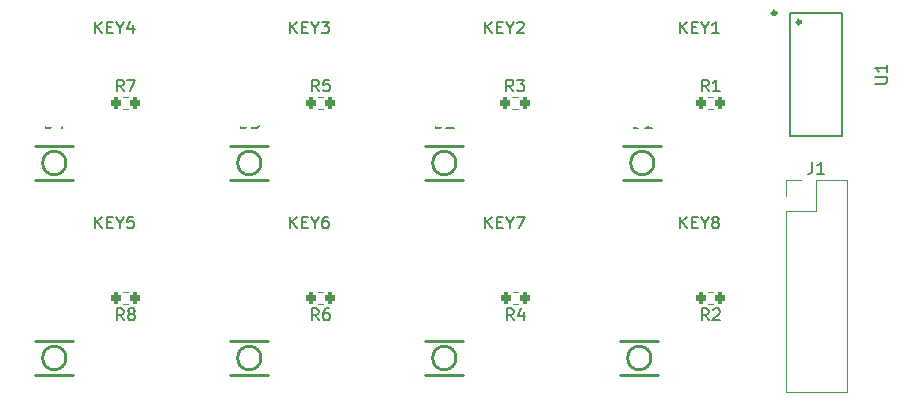
<source format=gto>
%TF.GenerationSoftware,KiCad,Pcbnew,7.0.8*%
%TF.CreationDate,2023-10-22T18:36:15+02:00*%
%TF.ProjectId,Second test with RGB LEDs,5365636f-6e64-4207-9465-737420776974,rev?*%
%TF.SameCoordinates,Original*%
%TF.FileFunction,Legend,Top*%
%TF.FilePolarity,Positive*%
%FSLAX46Y46*%
G04 Gerber Fmt 4.6, Leading zero omitted, Abs format (unit mm)*
G04 Created by KiCad (PCBNEW 7.0.8) date 2023-10-22 18:36:15*
%MOMM*%
%LPD*%
G01*
G04 APERTURE LIST*
G04 Aperture macros list*
%AMRoundRect*
0 Rectangle with rounded corners*
0 $1 Rounding radius*
0 $2 $3 $4 $5 $6 $7 $8 $9 X,Y pos of 4 corners*
0 Add a 4 corners polygon primitive as box body*
4,1,4,$2,$3,$4,$5,$6,$7,$8,$9,$2,$3,0*
0 Add four circle primitives for the rounded corners*
1,1,$1+$1,$2,$3*
1,1,$1+$1,$4,$5*
1,1,$1+$1,$6,$7*
1,1,$1+$1,$8,$9*
0 Add four rect primitives between the rounded corners*
20,1,$1+$1,$2,$3,$4,$5,0*
20,1,$1+$1,$4,$5,$6,$7,0*
20,1,$1+$1,$6,$7,$8,$9,0*
20,1,$1+$1,$8,$9,$2,$3,0*%
G04 Aperture macros list end*
%ADD10C,0.150000*%
%ADD11C,0.254000*%
%ADD12C,0.059995*%
%ADD13C,0.120000*%
%ADD14C,0.152400*%
%ADD15C,0.300000*%
%ADD16C,4.300000*%
%ADD17C,4.200000*%
%ADD18C,2.400000*%
%ADD19R,1.200000X0.819990*%
%ADD20R,1.700000X1.700000*%
%ADD21O,1.700000X1.700000*%
%ADD22RoundRect,0.200000X0.200000X0.275000X-0.200000X0.275000X-0.200000X-0.275000X0.200000X-0.275000X0*%
%ADD23RoundRect,0.200000X-0.200000X-0.275000X0.200000X-0.275000X0.200000X0.275000X-0.200000X0.275000X0*%
%ADD24O,2.231013X0.602007*%
G04 APERTURE END LIST*
D10*
X179990958Y-46174819D02*
X179990958Y-45174819D01*
X180562386Y-46174819D02*
X180133815Y-45603390D01*
X180562386Y-45174819D02*
X179990958Y-45746247D01*
X180990958Y-45651009D02*
X181324291Y-45651009D01*
X181467148Y-46174819D02*
X180990958Y-46174819D01*
X180990958Y-46174819D02*
X180990958Y-45174819D01*
X180990958Y-45174819D02*
X181467148Y-45174819D01*
X182086196Y-45698628D02*
X182086196Y-46174819D01*
X181752863Y-45174819D02*
X182086196Y-45698628D01*
X182086196Y-45698628D02*
X182419529Y-45174819D01*
X183276672Y-46174819D02*
X182705244Y-46174819D01*
X182990958Y-46174819D02*
X182990958Y-45174819D01*
X182990958Y-45174819D02*
X182895720Y-45317676D01*
X182895720Y-45317676D02*
X182800482Y-45412914D01*
X182800482Y-45412914D02*
X182705244Y-45460533D01*
X130460951Y-46174819D02*
X130460951Y-45174819D01*
X131032379Y-46174819D02*
X130603808Y-45603390D01*
X131032379Y-45174819D02*
X130460951Y-45746247D01*
X131460951Y-45651009D02*
X131794284Y-45651009D01*
X131937141Y-46174819D02*
X131460951Y-46174819D01*
X131460951Y-46174819D02*
X131460951Y-45174819D01*
X131460951Y-45174819D02*
X131937141Y-45174819D01*
X132556189Y-45698628D02*
X132556189Y-46174819D01*
X132222856Y-45174819D02*
X132556189Y-45698628D01*
X132556189Y-45698628D02*
X132889522Y-45174819D01*
X133651427Y-45508152D02*
X133651427Y-46174819D01*
X133413332Y-45127200D02*
X133175237Y-45841485D01*
X133175237Y-45841485D02*
X133794284Y-45841485D01*
X130460952Y-62684819D02*
X130460952Y-61684819D01*
X131032380Y-62684819D02*
X130603809Y-62113390D01*
X131032380Y-61684819D02*
X130460952Y-62256247D01*
X131460952Y-62161009D02*
X131794285Y-62161009D01*
X131937142Y-62684819D02*
X131460952Y-62684819D01*
X131460952Y-62684819D02*
X131460952Y-61684819D01*
X131460952Y-61684819D02*
X131937142Y-61684819D01*
X132556190Y-62208628D02*
X132556190Y-62684819D01*
X132222857Y-61684819D02*
X132556190Y-62208628D01*
X132556190Y-62208628D02*
X132889523Y-61684819D01*
X133699047Y-61684819D02*
X133222857Y-61684819D01*
X133222857Y-61684819D02*
X133175238Y-62161009D01*
X133175238Y-62161009D02*
X133222857Y-62113390D01*
X133222857Y-62113390D02*
X133318095Y-62065771D01*
X133318095Y-62065771D02*
X133556190Y-62065771D01*
X133556190Y-62065771D02*
X133651428Y-62113390D01*
X133651428Y-62113390D02*
X133699047Y-62161009D01*
X133699047Y-62161009D02*
X133746666Y-62256247D01*
X133746666Y-62256247D02*
X133746666Y-62494342D01*
X133746666Y-62494342D02*
X133699047Y-62589580D01*
X133699047Y-62589580D02*
X133651428Y-62637200D01*
X133651428Y-62637200D02*
X133556190Y-62684819D01*
X133556190Y-62684819D02*
X133318095Y-62684819D01*
X133318095Y-62684819D02*
X133222857Y-62637200D01*
X133222857Y-62637200D02*
X133175238Y-62589580D01*
X146970958Y-46174819D02*
X146970958Y-45174819D01*
X147542386Y-46174819D02*
X147113815Y-45603390D01*
X147542386Y-45174819D02*
X146970958Y-45746247D01*
X147970958Y-45651009D02*
X148304291Y-45651009D01*
X148447148Y-46174819D02*
X147970958Y-46174819D01*
X147970958Y-46174819D02*
X147970958Y-45174819D01*
X147970958Y-45174819D02*
X148447148Y-45174819D01*
X149066196Y-45698628D02*
X149066196Y-46174819D01*
X148732863Y-45174819D02*
X149066196Y-45698628D01*
X149066196Y-45698628D02*
X149399529Y-45174819D01*
X149637625Y-45174819D02*
X150256672Y-45174819D01*
X150256672Y-45174819D02*
X149923339Y-45555771D01*
X149923339Y-45555771D02*
X150066196Y-45555771D01*
X150066196Y-45555771D02*
X150161434Y-45603390D01*
X150161434Y-45603390D02*
X150209053Y-45651009D01*
X150209053Y-45651009D02*
X150256672Y-45746247D01*
X150256672Y-45746247D02*
X150256672Y-45984342D01*
X150256672Y-45984342D02*
X150209053Y-46079580D01*
X150209053Y-46079580D02*
X150161434Y-46127200D01*
X150161434Y-46127200D02*
X150066196Y-46174819D01*
X150066196Y-46174819D02*
X149780482Y-46174819D01*
X149780482Y-46174819D02*
X149685244Y-46127200D01*
X149685244Y-46127200D02*
X149637625Y-46079580D01*
X179990952Y-62684819D02*
X179990952Y-61684819D01*
X180562380Y-62684819D02*
X180133809Y-62113390D01*
X180562380Y-61684819D02*
X179990952Y-62256247D01*
X180990952Y-62161009D02*
X181324285Y-62161009D01*
X181467142Y-62684819D02*
X180990952Y-62684819D01*
X180990952Y-62684819D02*
X180990952Y-61684819D01*
X180990952Y-61684819D02*
X181467142Y-61684819D01*
X182086190Y-62208628D02*
X182086190Y-62684819D01*
X181752857Y-61684819D02*
X182086190Y-62208628D01*
X182086190Y-62208628D02*
X182419523Y-61684819D01*
X182895714Y-62113390D02*
X182800476Y-62065771D01*
X182800476Y-62065771D02*
X182752857Y-62018152D01*
X182752857Y-62018152D02*
X182705238Y-61922914D01*
X182705238Y-61922914D02*
X182705238Y-61875295D01*
X182705238Y-61875295D02*
X182752857Y-61780057D01*
X182752857Y-61780057D02*
X182800476Y-61732438D01*
X182800476Y-61732438D02*
X182895714Y-61684819D01*
X182895714Y-61684819D02*
X183086190Y-61684819D01*
X183086190Y-61684819D02*
X183181428Y-61732438D01*
X183181428Y-61732438D02*
X183229047Y-61780057D01*
X183229047Y-61780057D02*
X183276666Y-61875295D01*
X183276666Y-61875295D02*
X183276666Y-61922914D01*
X183276666Y-61922914D02*
X183229047Y-62018152D01*
X183229047Y-62018152D02*
X183181428Y-62065771D01*
X183181428Y-62065771D02*
X183086190Y-62113390D01*
X183086190Y-62113390D02*
X182895714Y-62113390D01*
X182895714Y-62113390D02*
X182800476Y-62161009D01*
X182800476Y-62161009D02*
X182752857Y-62208628D01*
X182752857Y-62208628D02*
X182705238Y-62303866D01*
X182705238Y-62303866D02*
X182705238Y-62494342D01*
X182705238Y-62494342D02*
X182752857Y-62589580D01*
X182752857Y-62589580D02*
X182800476Y-62637200D01*
X182800476Y-62637200D02*
X182895714Y-62684819D01*
X182895714Y-62684819D02*
X183086190Y-62684819D01*
X183086190Y-62684819D02*
X183181428Y-62637200D01*
X183181428Y-62637200D02*
X183229047Y-62589580D01*
X183229047Y-62589580D02*
X183276666Y-62494342D01*
X183276666Y-62494342D02*
X183276666Y-62303866D01*
X183276666Y-62303866D02*
X183229047Y-62208628D01*
X183229047Y-62208628D02*
X183181428Y-62161009D01*
X183181428Y-62161009D02*
X183086190Y-62113390D01*
X163480959Y-46174819D02*
X163480959Y-45174819D01*
X164052387Y-46174819D02*
X163623816Y-45603390D01*
X164052387Y-45174819D02*
X163480959Y-45746247D01*
X164480959Y-45651009D02*
X164814292Y-45651009D01*
X164957149Y-46174819D02*
X164480959Y-46174819D01*
X164480959Y-46174819D02*
X164480959Y-45174819D01*
X164480959Y-45174819D02*
X164957149Y-45174819D01*
X165576197Y-45698628D02*
X165576197Y-46174819D01*
X165242864Y-45174819D02*
X165576197Y-45698628D01*
X165576197Y-45698628D02*
X165909530Y-45174819D01*
X166195245Y-45270057D02*
X166242864Y-45222438D01*
X166242864Y-45222438D02*
X166338102Y-45174819D01*
X166338102Y-45174819D02*
X166576197Y-45174819D01*
X166576197Y-45174819D02*
X166671435Y-45222438D01*
X166671435Y-45222438D02*
X166719054Y-45270057D01*
X166719054Y-45270057D02*
X166766673Y-45365295D01*
X166766673Y-45365295D02*
X166766673Y-45460533D01*
X166766673Y-45460533D02*
X166719054Y-45603390D01*
X166719054Y-45603390D02*
X166147626Y-46174819D01*
X166147626Y-46174819D02*
X166766673Y-46174819D01*
X163480952Y-62684819D02*
X163480952Y-61684819D01*
X164052380Y-62684819D02*
X163623809Y-62113390D01*
X164052380Y-61684819D02*
X163480952Y-62256247D01*
X164480952Y-62161009D02*
X164814285Y-62161009D01*
X164957142Y-62684819D02*
X164480952Y-62684819D01*
X164480952Y-62684819D02*
X164480952Y-61684819D01*
X164480952Y-61684819D02*
X164957142Y-61684819D01*
X165576190Y-62208628D02*
X165576190Y-62684819D01*
X165242857Y-61684819D02*
X165576190Y-62208628D01*
X165576190Y-62208628D02*
X165909523Y-61684819D01*
X166147619Y-61684819D02*
X166814285Y-61684819D01*
X166814285Y-61684819D02*
X166385714Y-62684819D01*
X146970945Y-62684819D02*
X146970945Y-61684819D01*
X147542373Y-62684819D02*
X147113802Y-62113390D01*
X147542373Y-61684819D02*
X146970945Y-62256247D01*
X147970945Y-62161009D02*
X148304278Y-62161009D01*
X148447135Y-62684819D02*
X147970945Y-62684819D01*
X147970945Y-62684819D02*
X147970945Y-61684819D01*
X147970945Y-61684819D02*
X148447135Y-61684819D01*
X149066183Y-62208628D02*
X149066183Y-62684819D01*
X148732850Y-61684819D02*
X149066183Y-62208628D01*
X149066183Y-62208628D02*
X149399516Y-61684819D01*
X150161421Y-61684819D02*
X149970945Y-61684819D01*
X149970945Y-61684819D02*
X149875707Y-61732438D01*
X149875707Y-61732438D02*
X149828088Y-61780057D01*
X149828088Y-61780057D02*
X149732850Y-61922914D01*
X149732850Y-61922914D02*
X149685231Y-62113390D01*
X149685231Y-62113390D02*
X149685231Y-62494342D01*
X149685231Y-62494342D02*
X149732850Y-62589580D01*
X149732850Y-62589580D02*
X149780469Y-62637200D01*
X149780469Y-62637200D02*
X149875707Y-62684819D01*
X149875707Y-62684819D02*
X150066183Y-62684819D01*
X150066183Y-62684819D02*
X150161421Y-62637200D01*
X150161421Y-62637200D02*
X150209040Y-62589580D01*
X150209040Y-62589580D02*
X150256659Y-62494342D01*
X150256659Y-62494342D02*
X150256659Y-62256247D01*
X150256659Y-62256247D02*
X150209040Y-62161009D01*
X150209040Y-62161009D02*
X150161421Y-62113390D01*
X150161421Y-62113390D02*
X150066183Y-62065771D01*
X150066183Y-62065771D02*
X149875707Y-62065771D01*
X149875707Y-62065771D02*
X149780469Y-62113390D01*
X149780469Y-62113390D02*
X149732850Y-62161009D01*
X149732850Y-62161009D02*
X149685231Y-62256247D01*
X159281905Y-54204743D02*
X159281905Y-53204743D01*
X159281905Y-53204743D02*
X159520000Y-53204743D01*
X159520000Y-53204743D02*
X159662857Y-53252362D01*
X159662857Y-53252362D02*
X159758095Y-53347600D01*
X159758095Y-53347600D02*
X159805714Y-53442838D01*
X159805714Y-53442838D02*
X159853333Y-53633314D01*
X159853333Y-53633314D02*
X159853333Y-53776171D01*
X159853333Y-53776171D02*
X159805714Y-53966647D01*
X159805714Y-53966647D02*
X159758095Y-54061885D01*
X159758095Y-54061885D02*
X159662857Y-54157124D01*
X159662857Y-54157124D02*
X159520000Y-54204743D01*
X159520000Y-54204743D02*
X159281905Y-54204743D01*
X160234286Y-53299981D02*
X160281905Y-53252362D01*
X160281905Y-53252362D02*
X160377143Y-53204743D01*
X160377143Y-53204743D02*
X160615238Y-53204743D01*
X160615238Y-53204743D02*
X160710476Y-53252362D01*
X160710476Y-53252362D02*
X160758095Y-53299981D01*
X160758095Y-53299981D02*
X160805714Y-53395219D01*
X160805714Y-53395219D02*
X160805714Y-53490457D01*
X160805714Y-53490457D02*
X160758095Y-53633314D01*
X160758095Y-53633314D02*
X160186667Y-54204743D01*
X160186667Y-54204743D02*
X160805714Y-54204743D01*
X142771905Y-54204743D02*
X142771905Y-53204743D01*
X142771905Y-53204743D02*
X143010000Y-53204743D01*
X143010000Y-53204743D02*
X143152857Y-53252362D01*
X143152857Y-53252362D02*
X143248095Y-53347600D01*
X143248095Y-53347600D02*
X143295714Y-53442838D01*
X143295714Y-53442838D02*
X143343333Y-53633314D01*
X143343333Y-53633314D02*
X143343333Y-53776171D01*
X143343333Y-53776171D02*
X143295714Y-53966647D01*
X143295714Y-53966647D02*
X143248095Y-54061885D01*
X143248095Y-54061885D02*
X143152857Y-54157124D01*
X143152857Y-54157124D02*
X143010000Y-54204743D01*
X143010000Y-54204743D02*
X142771905Y-54204743D01*
X143676667Y-53204743D02*
X144295714Y-53204743D01*
X144295714Y-53204743D02*
X143962381Y-53585695D01*
X143962381Y-53585695D02*
X144105238Y-53585695D01*
X144105238Y-53585695D02*
X144200476Y-53633314D01*
X144200476Y-53633314D02*
X144248095Y-53680933D01*
X144248095Y-53680933D02*
X144295714Y-53776171D01*
X144295714Y-53776171D02*
X144295714Y-54014266D01*
X144295714Y-54014266D02*
X144248095Y-54109504D01*
X144248095Y-54109504D02*
X144200476Y-54157124D01*
X144200476Y-54157124D02*
X144105238Y-54204743D01*
X144105238Y-54204743D02*
X143819524Y-54204743D01*
X143819524Y-54204743D02*
X143724286Y-54157124D01*
X143724286Y-54157124D02*
X143676667Y-54109504D01*
X176045905Y-54204743D02*
X176045905Y-53204743D01*
X176045905Y-53204743D02*
X176284000Y-53204743D01*
X176284000Y-53204743D02*
X176426857Y-53252362D01*
X176426857Y-53252362D02*
X176522095Y-53347600D01*
X176522095Y-53347600D02*
X176569714Y-53442838D01*
X176569714Y-53442838D02*
X176617333Y-53633314D01*
X176617333Y-53633314D02*
X176617333Y-53776171D01*
X176617333Y-53776171D02*
X176569714Y-53966647D01*
X176569714Y-53966647D02*
X176522095Y-54061885D01*
X176522095Y-54061885D02*
X176426857Y-54157124D01*
X176426857Y-54157124D02*
X176284000Y-54204743D01*
X176284000Y-54204743D02*
X176045905Y-54204743D01*
X177569714Y-54204743D02*
X176998286Y-54204743D01*
X177284000Y-54204743D02*
X177284000Y-53204743D01*
X177284000Y-53204743D02*
X177188762Y-53347600D01*
X177188762Y-53347600D02*
X177093524Y-53442838D01*
X177093524Y-53442838D02*
X176998286Y-53490457D01*
X126261905Y-54204743D02*
X126261905Y-53204743D01*
X126261905Y-53204743D02*
X126500000Y-53204743D01*
X126500000Y-53204743D02*
X126642857Y-53252362D01*
X126642857Y-53252362D02*
X126738095Y-53347600D01*
X126738095Y-53347600D02*
X126785714Y-53442838D01*
X126785714Y-53442838D02*
X126833333Y-53633314D01*
X126833333Y-53633314D02*
X126833333Y-53776171D01*
X126833333Y-53776171D02*
X126785714Y-53966647D01*
X126785714Y-53966647D02*
X126738095Y-54061885D01*
X126738095Y-54061885D02*
X126642857Y-54157124D01*
X126642857Y-54157124D02*
X126500000Y-54204743D01*
X126500000Y-54204743D02*
X126261905Y-54204743D01*
X127690476Y-53538076D02*
X127690476Y-54204743D01*
X127452381Y-53157124D02*
X127214286Y-53871409D01*
X127214286Y-53871409D02*
X127833333Y-53871409D01*
X191177666Y-57068819D02*
X191177666Y-57783104D01*
X191177666Y-57783104D02*
X191130047Y-57925961D01*
X191130047Y-57925961D02*
X191034809Y-58021200D01*
X191034809Y-58021200D02*
X190891952Y-58068819D01*
X190891952Y-58068819D02*
X190796714Y-58068819D01*
X192177666Y-58068819D02*
X191606238Y-58068819D01*
X191891952Y-58068819D02*
X191891952Y-57068819D01*
X191891952Y-57068819D02*
X191796714Y-57211676D01*
X191796714Y-57211676D02*
X191701476Y-57306914D01*
X191701476Y-57306914D02*
X191606238Y-57354533D01*
X182393333Y-70464819D02*
X182060000Y-69988628D01*
X181821905Y-70464819D02*
X181821905Y-69464819D01*
X181821905Y-69464819D02*
X182202857Y-69464819D01*
X182202857Y-69464819D02*
X182298095Y-69512438D01*
X182298095Y-69512438D02*
X182345714Y-69560057D01*
X182345714Y-69560057D02*
X182393333Y-69655295D01*
X182393333Y-69655295D02*
X182393333Y-69798152D01*
X182393333Y-69798152D02*
X182345714Y-69893390D01*
X182345714Y-69893390D02*
X182298095Y-69941009D01*
X182298095Y-69941009D02*
X182202857Y-69988628D01*
X182202857Y-69988628D02*
X181821905Y-69988628D01*
X182774286Y-69560057D02*
X182821905Y-69512438D01*
X182821905Y-69512438D02*
X182917143Y-69464819D01*
X182917143Y-69464819D02*
X183155238Y-69464819D01*
X183155238Y-69464819D02*
X183250476Y-69512438D01*
X183250476Y-69512438D02*
X183298095Y-69560057D01*
X183298095Y-69560057D02*
X183345714Y-69655295D01*
X183345714Y-69655295D02*
X183345714Y-69750533D01*
X183345714Y-69750533D02*
X183298095Y-69893390D01*
X183298095Y-69893390D02*
X182726667Y-70464819D01*
X182726667Y-70464819D02*
X183345714Y-70464819D01*
X165858333Y-51094819D02*
X165525000Y-50618628D01*
X165286905Y-51094819D02*
X165286905Y-50094819D01*
X165286905Y-50094819D02*
X165667857Y-50094819D01*
X165667857Y-50094819D02*
X165763095Y-50142438D01*
X165763095Y-50142438D02*
X165810714Y-50190057D01*
X165810714Y-50190057D02*
X165858333Y-50285295D01*
X165858333Y-50285295D02*
X165858333Y-50428152D01*
X165858333Y-50428152D02*
X165810714Y-50523390D01*
X165810714Y-50523390D02*
X165763095Y-50571009D01*
X165763095Y-50571009D02*
X165667857Y-50618628D01*
X165667857Y-50618628D02*
X165286905Y-50618628D01*
X166191667Y-50094819D02*
X166810714Y-50094819D01*
X166810714Y-50094819D02*
X166477381Y-50475771D01*
X166477381Y-50475771D02*
X166620238Y-50475771D01*
X166620238Y-50475771D02*
X166715476Y-50523390D01*
X166715476Y-50523390D02*
X166763095Y-50571009D01*
X166763095Y-50571009D02*
X166810714Y-50666247D01*
X166810714Y-50666247D02*
X166810714Y-50904342D01*
X166810714Y-50904342D02*
X166763095Y-50999580D01*
X166763095Y-50999580D02*
X166715476Y-51047200D01*
X166715476Y-51047200D02*
X166620238Y-51094819D01*
X166620238Y-51094819D02*
X166334524Y-51094819D01*
X166334524Y-51094819D02*
X166239286Y-51047200D01*
X166239286Y-51047200D02*
X166191667Y-50999580D01*
X132863333Y-70464819D02*
X132530000Y-69988628D01*
X132291905Y-70464819D02*
X132291905Y-69464819D01*
X132291905Y-69464819D02*
X132672857Y-69464819D01*
X132672857Y-69464819D02*
X132768095Y-69512438D01*
X132768095Y-69512438D02*
X132815714Y-69560057D01*
X132815714Y-69560057D02*
X132863333Y-69655295D01*
X132863333Y-69655295D02*
X132863333Y-69798152D01*
X132863333Y-69798152D02*
X132815714Y-69893390D01*
X132815714Y-69893390D02*
X132768095Y-69941009D01*
X132768095Y-69941009D02*
X132672857Y-69988628D01*
X132672857Y-69988628D02*
X132291905Y-69988628D01*
X133434762Y-69893390D02*
X133339524Y-69845771D01*
X133339524Y-69845771D02*
X133291905Y-69798152D01*
X133291905Y-69798152D02*
X133244286Y-69702914D01*
X133244286Y-69702914D02*
X133244286Y-69655295D01*
X133244286Y-69655295D02*
X133291905Y-69560057D01*
X133291905Y-69560057D02*
X133339524Y-69512438D01*
X133339524Y-69512438D02*
X133434762Y-69464819D01*
X133434762Y-69464819D02*
X133625238Y-69464819D01*
X133625238Y-69464819D02*
X133720476Y-69512438D01*
X133720476Y-69512438D02*
X133768095Y-69560057D01*
X133768095Y-69560057D02*
X133815714Y-69655295D01*
X133815714Y-69655295D02*
X133815714Y-69702914D01*
X133815714Y-69702914D02*
X133768095Y-69798152D01*
X133768095Y-69798152D02*
X133720476Y-69845771D01*
X133720476Y-69845771D02*
X133625238Y-69893390D01*
X133625238Y-69893390D02*
X133434762Y-69893390D01*
X133434762Y-69893390D02*
X133339524Y-69941009D01*
X133339524Y-69941009D02*
X133291905Y-69988628D01*
X133291905Y-69988628D02*
X133244286Y-70083866D01*
X133244286Y-70083866D02*
X133244286Y-70274342D01*
X133244286Y-70274342D02*
X133291905Y-70369580D01*
X133291905Y-70369580D02*
X133339524Y-70417200D01*
X133339524Y-70417200D02*
X133434762Y-70464819D01*
X133434762Y-70464819D02*
X133625238Y-70464819D01*
X133625238Y-70464819D02*
X133720476Y-70417200D01*
X133720476Y-70417200D02*
X133768095Y-70369580D01*
X133768095Y-70369580D02*
X133815714Y-70274342D01*
X133815714Y-70274342D02*
X133815714Y-70083866D01*
X133815714Y-70083866D02*
X133768095Y-69988628D01*
X133768095Y-69988628D02*
X133720476Y-69941009D01*
X133720476Y-69941009D02*
X133625238Y-69893390D01*
X132863333Y-51094819D02*
X132530000Y-50618628D01*
X132291905Y-51094819D02*
X132291905Y-50094819D01*
X132291905Y-50094819D02*
X132672857Y-50094819D01*
X132672857Y-50094819D02*
X132768095Y-50142438D01*
X132768095Y-50142438D02*
X132815714Y-50190057D01*
X132815714Y-50190057D02*
X132863333Y-50285295D01*
X132863333Y-50285295D02*
X132863333Y-50428152D01*
X132863333Y-50428152D02*
X132815714Y-50523390D01*
X132815714Y-50523390D02*
X132768095Y-50571009D01*
X132768095Y-50571009D02*
X132672857Y-50618628D01*
X132672857Y-50618628D02*
X132291905Y-50618628D01*
X133196667Y-50094819D02*
X133863333Y-50094819D01*
X133863333Y-50094819D02*
X133434762Y-51094819D01*
X149373333Y-51094819D02*
X149040000Y-50618628D01*
X148801905Y-51094819D02*
X148801905Y-50094819D01*
X148801905Y-50094819D02*
X149182857Y-50094819D01*
X149182857Y-50094819D02*
X149278095Y-50142438D01*
X149278095Y-50142438D02*
X149325714Y-50190057D01*
X149325714Y-50190057D02*
X149373333Y-50285295D01*
X149373333Y-50285295D02*
X149373333Y-50428152D01*
X149373333Y-50428152D02*
X149325714Y-50523390D01*
X149325714Y-50523390D02*
X149278095Y-50571009D01*
X149278095Y-50571009D02*
X149182857Y-50618628D01*
X149182857Y-50618628D02*
X148801905Y-50618628D01*
X150278095Y-50094819D02*
X149801905Y-50094819D01*
X149801905Y-50094819D02*
X149754286Y-50571009D01*
X149754286Y-50571009D02*
X149801905Y-50523390D01*
X149801905Y-50523390D02*
X149897143Y-50475771D01*
X149897143Y-50475771D02*
X150135238Y-50475771D01*
X150135238Y-50475771D02*
X150230476Y-50523390D01*
X150230476Y-50523390D02*
X150278095Y-50571009D01*
X150278095Y-50571009D02*
X150325714Y-50666247D01*
X150325714Y-50666247D02*
X150325714Y-50904342D01*
X150325714Y-50904342D02*
X150278095Y-50999580D01*
X150278095Y-50999580D02*
X150230476Y-51047200D01*
X150230476Y-51047200D02*
X150135238Y-51094819D01*
X150135238Y-51094819D02*
X149897143Y-51094819D01*
X149897143Y-51094819D02*
X149801905Y-51047200D01*
X149801905Y-51047200D02*
X149754286Y-50999580D01*
X149373333Y-70464819D02*
X149040000Y-69988628D01*
X148801905Y-70464819D02*
X148801905Y-69464819D01*
X148801905Y-69464819D02*
X149182857Y-69464819D01*
X149182857Y-69464819D02*
X149278095Y-69512438D01*
X149278095Y-69512438D02*
X149325714Y-69560057D01*
X149325714Y-69560057D02*
X149373333Y-69655295D01*
X149373333Y-69655295D02*
X149373333Y-69798152D01*
X149373333Y-69798152D02*
X149325714Y-69893390D01*
X149325714Y-69893390D02*
X149278095Y-69941009D01*
X149278095Y-69941009D02*
X149182857Y-69988628D01*
X149182857Y-69988628D02*
X148801905Y-69988628D01*
X150230476Y-69464819D02*
X150040000Y-69464819D01*
X150040000Y-69464819D02*
X149944762Y-69512438D01*
X149944762Y-69512438D02*
X149897143Y-69560057D01*
X149897143Y-69560057D02*
X149801905Y-69702914D01*
X149801905Y-69702914D02*
X149754286Y-69893390D01*
X149754286Y-69893390D02*
X149754286Y-70274342D01*
X149754286Y-70274342D02*
X149801905Y-70369580D01*
X149801905Y-70369580D02*
X149849524Y-70417200D01*
X149849524Y-70417200D02*
X149944762Y-70464819D01*
X149944762Y-70464819D02*
X150135238Y-70464819D01*
X150135238Y-70464819D02*
X150230476Y-70417200D01*
X150230476Y-70417200D02*
X150278095Y-70369580D01*
X150278095Y-70369580D02*
X150325714Y-70274342D01*
X150325714Y-70274342D02*
X150325714Y-70036247D01*
X150325714Y-70036247D02*
X150278095Y-69941009D01*
X150278095Y-69941009D02*
X150230476Y-69893390D01*
X150230476Y-69893390D02*
X150135238Y-69845771D01*
X150135238Y-69845771D02*
X149944762Y-69845771D01*
X149944762Y-69845771D02*
X149849524Y-69893390D01*
X149849524Y-69893390D02*
X149801905Y-69941009D01*
X149801905Y-69941009D02*
X149754286Y-70036247D01*
X182393333Y-51094819D02*
X182060000Y-50618628D01*
X181821905Y-51094819D02*
X181821905Y-50094819D01*
X181821905Y-50094819D02*
X182202857Y-50094819D01*
X182202857Y-50094819D02*
X182298095Y-50142438D01*
X182298095Y-50142438D02*
X182345714Y-50190057D01*
X182345714Y-50190057D02*
X182393333Y-50285295D01*
X182393333Y-50285295D02*
X182393333Y-50428152D01*
X182393333Y-50428152D02*
X182345714Y-50523390D01*
X182345714Y-50523390D02*
X182298095Y-50571009D01*
X182298095Y-50571009D02*
X182202857Y-50618628D01*
X182202857Y-50618628D02*
X181821905Y-50618628D01*
X183345714Y-51094819D02*
X182774286Y-51094819D01*
X183060000Y-51094819D02*
X183060000Y-50094819D01*
X183060000Y-50094819D02*
X182964762Y-50237676D01*
X182964762Y-50237676D02*
X182869524Y-50332914D01*
X182869524Y-50332914D02*
X182774286Y-50380533D01*
X165883333Y-70464819D02*
X165550000Y-69988628D01*
X165311905Y-70464819D02*
X165311905Y-69464819D01*
X165311905Y-69464819D02*
X165692857Y-69464819D01*
X165692857Y-69464819D02*
X165788095Y-69512438D01*
X165788095Y-69512438D02*
X165835714Y-69560057D01*
X165835714Y-69560057D02*
X165883333Y-69655295D01*
X165883333Y-69655295D02*
X165883333Y-69798152D01*
X165883333Y-69798152D02*
X165835714Y-69893390D01*
X165835714Y-69893390D02*
X165788095Y-69941009D01*
X165788095Y-69941009D02*
X165692857Y-69988628D01*
X165692857Y-69988628D02*
X165311905Y-69988628D01*
X166740476Y-69798152D02*
X166740476Y-70464819D01*
X166502381Y-69417200D02*
X166264286Y-70131485D01*
X166264286Y-70131485D02*
X166883333Y-70131485D01*
X196526819Y-50418913D02*
X197336342Y-50418913D01*
X197336342Y-50418913D02*
X197431580Y-50371294D01*
X197431580Y-50371294D02*
X197479200Y-50323675D01*
X197479200Y-50323675D02*
X197526819Y-50228437D01*
X197526819Y-50228437D02*
X197526819Y-50037961D01*
X197526819Y-50037961D02*
X197479200Y-49942723D01*
X197479200Y-49942723D02*
X197431580Y-49895104D01*
X197431580Y-49895104D02*
X197336342Y-49847485D01*
X197336342Y-49847485D02*
X196526819Y-49847485D01*
X197526819Y-48847485D02*
X197526819Y-49418913D01*
X197526819Y-49133199D02*
X196526819Y-49133199D01*
X196526819Y-49133199D02*
X196669676Y-49228437D01*
X196669676Y-49228437D02*
X196764914Y-49323675D01*
X196764914Y-49323675D02*
X196812533Y-49418913D01*
D11*
%TO.C,D2*%
X158419848Y-55749924D02*
X161619898Y-55749924D01*
X158419873Y-58549898D02*
X161619924Y-58549898D01*
D12*
X157349820Y-56089776D02*
G75*
G03*
X157349820Y-56089776I-29972J0D01*
G01*
D11*
X161011745Y-57149746D02*
G75*
G03*
X161011745Y-57149746I-991872J0D01*
G01*
%TO.C,D3*%
X141909848Y-55749924D02*
X145109898Y-55749924D01*
X141909873Y-58549898D02*
X145109924Y-58549898D01*
D12*
X140839820Y-56089776D02*
G75*
G03*
X140839820Y-56089776I-29972J0D01*
G01*
D11*
X144501745Y-57149746D02*
G75*
G03*
X144501745Y-57149746I-991872J0D01*
G01*
%TO.C,D5*%
X128600152Y-75060076D02*
X125400102Y-75060076D01*
X128600127Y-72260102D02*
X125400076Y-72260102D01*
D12*
X129730124Y-74720224D02*
G75*
G03*
X129730124Y-74720224I-29972J0D01*
G01*
D11*
X127991999Y-73660254D02*
G75*
G03*
X127991999Y-73660254I-991872J0D01*
G01*
%TO.C,D1*%
X175183848Y-55749924D02*
X178383898Y-55749924D01*
X175183873Y-58549898D02*
X178383924Y-58549898D01*
D12*
X174113820Y-56089776D02*
G75*
G03*
X174113820Y-56089776I-29972J0D01*
G01*
D11*
X177775745Y-57149746D02*
G75*
G03*
X177775745Y-57149746I-991872J0D01*
G01*
%TO.C,D6*%
X145110152Y-75060076D02*
X141910102Y-75060076D01*
X145110127Y-72260102D02*
X141910076Y-72260102D01*
D12*
X146240124Y-74720224D02*
G75*
G03*
X146240124Y-74720224I-29972J0D01*
G01*
D11*
X144501999Y-73660254D02*
G75*
G03*
X144501999Y-73660254I-991872J0D01*
G01*
%TO.C,D4*%
X125399848Y-55749924D02*
X128599898Y-55749924D01*
X125399873Y-58549898D02*
X128599924Y-58549898D01*
D12*
X124329820Y-56089776D02*
G75*
G03*
X124329820Y-56089776I-29972J0D01*
G01*
D11*
X127991745Y-57149746D02*
G75*
G03*
X127991745Y-57149746I-991872J0D01*
G01*
%TO.C,D7*%
X161620152Y-75060076D02*
X158420102Y-75060076D01*
X161620127Y-72260102D02*
X158420076Y-72260102D01*
D12*
X162750124Y-74720224D02*
G75*
G03*
X162750124Y-74720224I-29972J0D01*
G01*
D11*
X161011999Y-73660254D02*
G75*
G03*
X161011999Y-73660254I-991872J0D01*
G01*
%TO.C,D8*%
X178130152Y-75060076D02*
X174930102Y-75060076D01*
X178130127Y-72260102D02*
X174930076Y-72260102D01*
D12*
X179260124Y-74720224D02*
G75*
G03*
X179260124Y-74720224I-29972J0D01*
G01*
D11*
X177521999Y-73660254D02*
G75*
G03*
X177521999Y-73660254I-991872J0D01*
G01*
D13*
%TO.C,J1*%
X188911000Y-58614000D02*
X190241000Y-58614000D01*
X188911000Y-59944000D02*
X188911000Y-58614000D01*
X188911000Y-61214000D02*
X188911000Y-76514000D01*
X188911000Y-61214000D02*
X191511000Y-61214000D01*
X188911000Y-76514000D02*
X194111000Y-76514000D01*
X191511000Y-58614000D02*
X194111000Y-58614000D01*
X191511000Y-61214000D02*
X191511000Y-58614000D01*
X194111000Y-58614000D02*
X194111000Y-76514000D01*
%TO.C,R2*%
X182797258Y-69102500D02*
X182322742Y-69102500D01*
X182797258Y-68057500D02*
X182322742Y-68057500D01*
%TO.C,R3*%
X165787742Y-51547500D02*
X166262258Y-51547500D01*
X165787742Y-52592500D02*
X166262258Y-52592500D01*
%TO.C,R8*%
X133267258Y-69102500D02*
X132792742Y-69102500D01*
X133267258Y-68057500D02*
X132792742Y-68057500D01*
%TO.C,R7*%
X132792742Y-51547500D02*
X133267258Y-51547500D01*
X132792742Y-52592500D02*
X133267258Y-52592500D01*
%TO.C,R5*%
X149302742Y-51547500D02*
X149777258Y-51547500D01*
X149302742Y-52592500D02*
X149777258Y-52592500D01*
%TO.C,R6*%
X149777258Y-69102500D02*
X149302742Y-69102500D01*
X149777258Y-68057500D02*
X149302742Y-68057500D01*
%TO.C,R1*%
X182322742Y-51547500D02*
X182797258Y-51547500D01*
X182322742Y-52592500D02*
X182797258Y-52592500D01*
%TO.C,R4*%
X166287258Y-69102500D02*
X165812742Y-69102500D01*
X166287258Y-68057500D02*
X165812742Y-68057500D01*
D14*
%TO.C,U1*%
X193728007Y-44480809D02*
X193728007Y-54833209D01*
X189285183Y-44480809D02*
X193728007Y-44480809D01*
X193728007Y-54833209D02*
X189285183Y-54833209D01*
X189285183Y-54833209D02*
X189285183Y-44480809D01*
D15*
X188100702Y-44449999D02*
G75*
G03*
X188100702Y-44449999I-150114J0D01*
G01*
D12*
X187636593Y-44506996D02*
G75*
G03*
X187636593Y-44506996I-29998J0D01*
G01*
D15*
X190187570Y-45212000D02*
G75*
G03*
X190187570Y-45212000I-150114J0D01*
G01*
%TD*%
%LPC*%
D16*
%TO.C,REF\u002A\u002A*%
X201930000Y-44196000D03*
%TD*%
%TO.C,REF\u002A\u002A*%
X201930000Y-75692000D03*
%TD*%
%TO.C,REF\u002A\u002A*%
X114046000Y-44196000D03*
%TD*%
%TO.C,REF\u002A\u002A*%
X114046000Y-75692000D03*
%TD*%
D17*
%TO.C,KEY4*%
X126999993Y-52070005D03*
D18*
X130810000Y-49530000D03*
X124459988Y-46989994D03*
%TD*%
D17*
%TO.C,KEY1*%
X176530000Y-52070000D03*
D18*
X180340007Y-49529995D03*
X173989995Y-46989989D03*
%TD*%
D17*
%TO.C,KEY8*%
X176529993Y-68580005D03*
D18*
X180340000Y-66040000D03*
X173989988Y-63499994D03*
%TD*%
D17*
%TO.C,KEY3*%
X143510000Y-52070000D03*
D18*
X147320007Y-49529995D03*
X140969995Y-46989989D03*
%TD*%
D17*
%TO.C,KEY7*%
X160019993Y-68580005D03*
D18*
X163830000Y-66040000D03*
X157479988Y-63499994D03*
%TD*%
D17*
%TO.C,KEY5*%
X126999993Y-68580005D03*
D18*
X130810000Y-66040000D03*
X124459988Y-63499994D03*
%TD*%
D17*
%TO.C,KEY2*%
X160020001Y-52070001D03*
D18*
X163830008Y-49529996D03*
X157479996Y-46989990D03*
%TD*%
D17*
%TO.C,KEY6*%
X143509993Y-68580005D03*
D18*
X147320000Y-66040000D03*
X140969988Y-63499994D03*
%TD*%
D19*
%TO.C,D2*%
X157520000Y-57900064D03*
X157520000Y-56399936D03*
X162520000Y-56399936D03*
X162520000Y-57900064D03*
%TD*%
%TO.C,D3*%
X141010000Y-57900064D03*
X141010000Y-56399936D03*
X146010000Y-56399936D03*
X146010000Y-57900064D03*
%TD*%
%TO.C,D5*%
X129500000Y-72909936D03*
X129500000Y-74410064D03*
X124500000Y-74410064D03*
X124500000Y-72909936D03*
%TD*%
%TO.C,D1*%
X174284000Y-57900064D03*
X174284000Y-56399936D03*
X179284000Y-56399936D03*
X179284000Y-57900064D03*
%TD*%
%TO.C,D6*%
X146010000Y-72909936D03*
X146010000Y-74410064D03*
X141010000Y-74410064D03*
X141010000Y-72909936D03*
%TD*%
%TO.C,D4*%
X124500000Y-57900064D03*
X124500000Y-56399936D03*
X129500000Y-56399936D03*
X129500000Y-57900064D03*
%TD*%
%TO.C,D7*%
X162520000Y-72909936D03*
X162520000Y-74410064D03*
X157520000Y-74410064D03*
X157520000Y-72909936D03*
%TD*%
%TO.C,D8*%
X179030000Y-72909936D03*
X179030000Y-74410064D03*
X174030000Y-74410064D03*
X174030000Y-72909936D03*
%TD*%
D20*
%TO.C,J1*%
X190241000Y-59944000D03*
D21*
X192781000Y-59944000D03*
X190241000Y-62484000D03*
X192781000Y-62484000D03*
X190241000Y-65024000D03*
X192781000Y-65024000D03*
X190241000Y-67564000D03*
X192781000Y-67564000D03*
X190241000Y-70104000D03*
X192781000Y-70104000D03*
X190241000Y-72644000D03*
X192781000Y-72644000D03*
X190241000Y-75184000D03*
X192781000Y-75184000D03*
%TD*%
D22*
%TO.C,R2*%
X183385000Y-68580000D03*
X181735000Y-68580000D03*
%TD*%
D23*
%TO.C,R3*%
X165200000Y-52070000D03*
X166850000Y-52070000D03*
%TD*%
D22*
%TO.C,R8*%
X133855000Y-68580000D03*
X132205000Y-68580000D03*
%TD*%
D23*
%TO.C,R7*%
X132205000Y-52070000D03*
X133855000Y-52070000D03*
%TD*%
%TO.C,R5*%
X148715000Y-52070000D03*
X150365000Y-52070000D03*
%TD*%
D22*
%TO.C,R6*%
X150365000Y-68580000D03*
X148715000Y-68580000D03*
%TD*%
D23*
%TO.C,R1*%
X181735000Y-52070000D03*
X183385000Y-52070000D03*
%TD*%
D22*
%TO.C,R4*%
X166875000Y-68580000D03*
X165225000Y-68580000D03*
%TD*%
D24*
%TO.C,U1*%
X187941190Y-45212000D03*
X187941190Y-46482003D03*
X187941190Y-47752005D03*
X187941190Y-49022008D03*
X187941190Y-50292010D03*
X187941190Y-51562013D03*
X187941190Y-52832015D03*
X187941190Y-54102018D03*
X195072000Y-54102018D03*
X195072000Y-52832015D03*
X195072000Y-51562013D03*
X195072000Y-50292010D03*
X195072000Y-49022008D03*
X195072000Y-47752005D03*
X195072000Y-46482003D03*
X195072000Y-45212000D03*
%TD*%
%LPD*%
M02*

</source>
